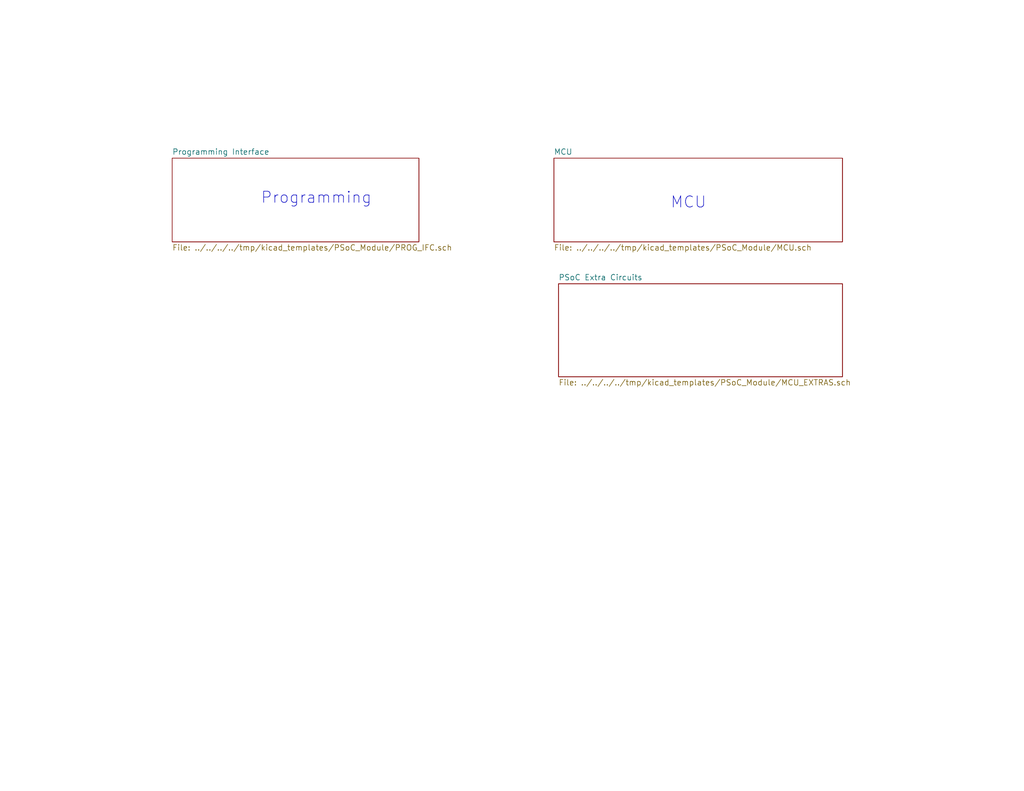
<source format=kicad_sch>
(kicad_sch (version 20230121) (generator eeschema)
  (paper "USLetter")
  (title_block (company "ashtonjohnson.com"))
  (lib_symbols)
  (text "Programming\n" (at 71.12 55.88 0) (effects (font (size 3.048 3.048)) (justify left bottom)))
  (text "MCU\n" (at 182.88 57.15 0) (effects (font (size 3.048 3.048)) (justify left bottom)))
  (sheet (at 151.13 43.18) (size 78.74 22.86)
    (property "Sheetname" "MCU" (at 151.13 42.3414 0) (effects (font (size 1.524 1.524)) (justify left bottom)))
    (property "Sheetfile" "../../../../tmp/kicad_templates/PSoC_Module/MCU.sch" (at 151.13 66.7262 0) (effects (font (size 1.524 1.524)) (justify left top)))
  )
  (sheet (at 46.99 43.18) (size 67.31 22.86)
    (property "Sheetname" "Programming Interface" (at 46.99 42.3414 0) (effects (font (size 1.524 1.524)) (justify left bottom)))
    (property "Sheetfile" "../../../../tmp/kicad_templates/PSoC_Module/PROG_IFC.sch" (at 46.99 66.7262 0) (effects (font (size 1.524 1.524)) (justify left top)))
  )
  (sheet (at 152.4 77.47) (size 77.47 25.4)
    (property "Sheetname" "PSoC Extra Circuits" (at 152.4 76.6314 0) (effects (font (size 1.524 1.524)) (justify left bottom)))
    (property "Sheetfile" "../../../../tmp/kicad_templates/PSoC_Module/MCU_EXTRAS.sch" (at 152.4 103.5562 0) (effects (font (size 1.524 1.524)) (justify left top)))
  )
)
</source>
